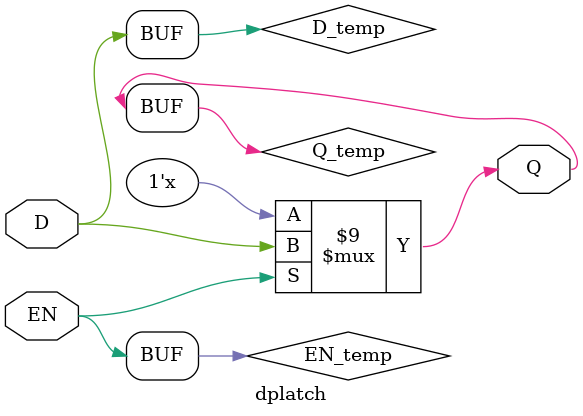
<source format=v>
module dplatch(D,EN,Q);
  parameter BIT = 0;
  parameter COLINST = "0";
  parameter GROUP = "dpath1";
  parameter
        d_D_r = 0,
        d_D_f = 0,
        d_EN_r = 0,
        d_EN_f = 0,
        d_Q_r = 1,
        d_Q_f = 1;
  input  D;
  input  EN;
  output  Q;
  wire  D_temp;
  wire  EN_temp;
  reg  Q_temp;
  assign #(d_D_r,d_D_f) D_temp = D;
  assign #(d_EN_r,d_EN_f) EN_temp = EN;
  assign #(d_Q_r,d_Q_f) Q = Q_temp;
  always
    @(D_temp or EN_temp)
      begin
      if((EN_temp == 1'b1))
        Q_temp = D_temp;
      else      if((EN_temp !== 1'b0))
        Q_temp = 128'bx;
      end
  specify
    specparam
      t_hold_D = 0,
      t_setup_D = 0;
    $hold(negedge EN , D , t_hold_D);
    $setup(D , negedge EN , t_setup_D);
  endspecify
endmodule

</source>
